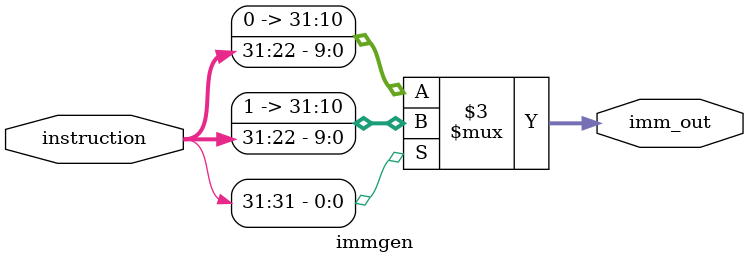
<source format=v>
`timescale 1ns / 1ps



module immgen(
    input wire [31:0] instruction,
    output reg [31:0] imm_out
);

    always @(*) begin
        if (instruction[31]) begin
            imm_out = {22'b1111111111111111111111, instruction[31:22]};
        end else begin
            imm_out = {22'b0000000000000000000000, instruction[31:22]};
        end
    end

endmodule

</source>
